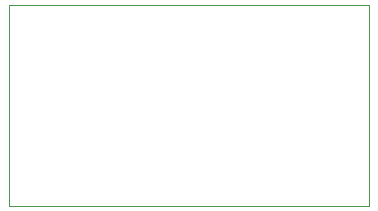
<source format=gbr>
%TF.GenerationSoftware,KiCad,Pcbnew,8.0.5-8.0.5-0~ubuntu22.04.1*%
%TF.CreationDate,2024-09-29T19:15:56+02:00*%
%TF.ProjectId,4Bit_I2C_Port_Expander_Module_FUEL4EP,34426974-5f49-4324-935f-506f72745f45,V1.2*%
%TF.SameCoordinates,Original*%
%TF.FileFunction,Profile,NP*%
%FSLAX46Y46*%
G04 Gerber Fmt 4.6, Leading zero omitted, Abs format (unit mm)*
G04 Created by KiCad (PCBNEW 8.0.5-8.0.5-0~ubuntu22.04.1) date 2024-09-29 19:15:56*
%MOMM*%
%LPD*%
G01*
G04 APERTURE LIST*
%TA.AperFunction,Profile*%
%ADD10C,0.038100*%
%TD*%
G04 APERTURE END LIST*
D10*
X30480000Y0D02*
X0Y0D01*
X0Y17000000D02*
X0Y0D01*
X0Y17000000D02*
X30480000Y17000000D01*
X30480000Y17000000D02*
X30480000Y0D01*
M02*

</source>
